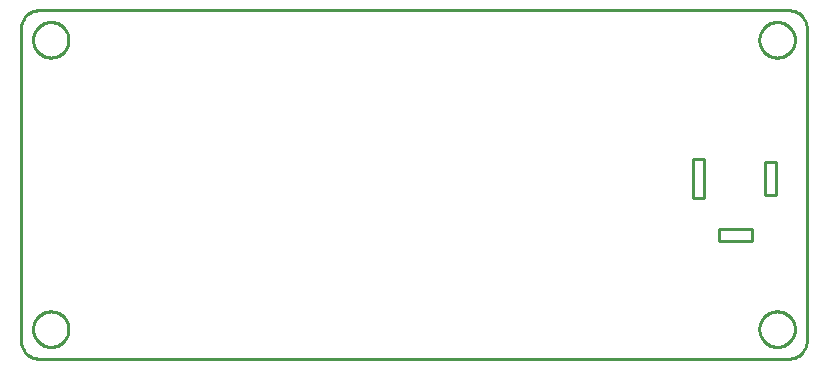
<source format=gbr>
G04 EAGLE Gerber RS-274X export*
G75*
%MOMM*%
%FSLAX34Y34*%
%LPD*%
%IN*%
%IPPOS*%
%AMOC8*
5,1,8,0,0,1.08239X$1,22.5*%
G01*
%ADD10C,0.254000*%


D10*
X0Y15000D02*
X57Y13693D01*
X228Y12395D01*
X511Y11118D01*
X905Y9870D01*
X1405Y8661D01*
X2010Y7500D01*
X2713Y6396D01*
X3509Y5358D01*
X4393Y4393D01*
X5358Y3509D01*
X6396Y2713D01*
X7500Y2010D01*
X8661Y1405D01*
X9870Y905D01*
X11118Y511D01*
X12395Y228D01*
X13693Y57D01*
X15000Y0D01*
X650000Y0D01*
X651307Y57D01*
X652605Y228D01*
X653882Y511D01*
X655130Y905D01*
X656339Y1405D01*
X657500Y2010D01*
X658604Y2713D01*
X659642Y3509D01*
X660607Y4393D01*
X661491Y5358D01*
X662287Y6396D01*
X662990Y7500D01*
X663595Y8661D01*
X664095Y9870D01*
X664489Y11118D01*
X664772Y12395D01*
X664943Y13693D01*
X665000Y15000D01*
X665000Y280000D01*
X664943Y281307D01*
X664772Y282605D01*
X664489Y283882D01*
X664095Y285130D01*
X663595Y286339D01*
X662990Y287500D01*
X662287Y288604D01*
X661491Y289642D01*
X660607Y290607D01*
X659642Y291491D01*
X658604Y292287D01*
X657500Y292990D01*
X656339Y293595D01*
X655130Y294095D01*
X653882Y294489D01*
X652605Y294772D01*
X651307Y294943D01*
X650000Y295000D01*
X15000Y295000D01*
X13693Y294943D01*
X12395Y294772D01*
X11118Y294489D01*
X9870Y294095D01*
X8661Y293595D01*
X7500Y292990D01*
X6396Y292287D01*
X5358Y291491D01*
X4393Y290607D01*
X3509Y289642D01*
X2713Y288604D01*
X2010Y287500D01*
X1405Y286339D01*
X905Y285130D01*
X511Y283882D01*
X228Y282605D01*
X57Y281307D01*
X0Y280000D01*
X0Y15000D01*
X629400Y138600D02*
X639400Y138600D01*
X639400Y166600D01*
X629400Y166600D01*
X629400Y138600D01*
X568400Y136100D02*
X578400Y136100D01*
X578400Y169100D01*
X568400Y169100D01*
X568400Y136100D01*
X590400Y99600D02*
X618400Y99600D01*
X618400Y109600D01*
X590400Y109600D01*
X590400Y99600D01*
X655000Y269464D02*
X655000Y270536D01*
X654924Y271604D01*
X654771Y272665D01*
X654543Y273712D01*
X654241Y274740D01*
X653867Y275744D01*
X653422Y276719D01*
X652908Y277659D01*
X652329Y278560D01*
X651687Y279418D01*
X650985Y280228D01*
X650228Y280985D01*
X649418Y281687D01*
X648560Y282329D01*
X647659Y282908D01*
X646719Y283422D01*
X645744Y283867D01*
X644740Y284241D01*
X643712Y284543D01*
X642665Y284771D01*
X641604Y284924D01*
X640536Y285000D01*
X639464Y285000D01*
X638396Y284924D01*
X637335Y284771D01*
X636288Y284543D01*
X635260Y284241D01*
X634256Y283867D01*
X633281Y283422D01*
X632341Y282908D01*
X631440Y282329D01*
X630582Y281687D01*
X629772Y280985D01*
X629015Y280228D01*
X628313Y279418D01*
X627671Y278560D01*
X627092Y277659D01*
X626578Y276719D01*
X626133Y275744D01*
X625759Y274740D01*
X625457Y273712D01*
X625229Y272665D01*
X625076Y271604D01*
X625000Y270536D01*
X625000Y269464D01*
X625076Y268396D01*
X625229Y267335D01*
X625457Y266288D01*
X625759Y265260D01*
X626133Y264256D01*
X626578Y263281D01*
X627092Y262341D01*
X627671Y261440D01*
X628313Y260582D01*
X629015Y259772D01*
X629772Y259015D01*
X630582Y258313D01*
X631440Y257671D01*
X632341Y257092D01*
X633281Y256578D01*
X634256Y256133D01*
X635260Y255759D01*
X636288Y255457D01*
X637335Y255229D01*
X638396Y255076D01*
X639464Y255000D01*
X640536Y255000D01*
X641604Y255076D01*
X642665Y255229D01*
X643712Y255457D01*
X644740Y255759D01*
X645744Y256133D01*
X646719Y256578D01*
X647659Y257092D01*
X648560Y257671D01*
X649418Y258313D01*
X650228Y259015D01*
X650985Y259772D01*
X651687Y260582D01*
X652329Y261440D01*
X652908Y262341D01*
X653422Y263281D01*
X653867Y264256D01*
X654241Y265260D01*
X654543Y266288D01*
X654771Y267335D01*
X654924Y268396D01*
X655000Y269464D01*
X40000Y269464D02*
X40000Y270536D01*
X39924Y271604D01*
X39771Y272665D01*
X39543Y273712D01*
X39241Y274740D01*
X38867Y275744D01*
X38422Y276719D01*
X37908Y277659D01*
X37329Y278560D01*
X36687Y279418D01*
X35985Y280228D01*
X35228Y280985D01*
X34418Y281687D01*
X33560Y282329D01*
X32659Y282908D01*
X31719Y283422D01*
X30744Y283867D01*
X29740Y284241D01*
X28712Y284543D01*
X27665Y284771D01*
X26604Y284924D01*
X25536Y285000D01*
X24464Y285000D01*
X23396Y284924D01*
X22335Y284771D01*
X21288Y284543D01*
X20260Y284241D01*
X19256Y283867D01*
X18281Y283422D01*
X17341Y282908D01*
X16440Y282329D01*
X15582Y281687D01*
X14772Y280985D01*
X14015Y280228D01*
X13313Y279418D01*
X12671Y278560D01*
X12092Y277659D01*
X11578Y276719D01*
X11133Y275744D01*
X10759Y274740D01*
X10457Y273712D01*
X10229Y272665D01*
X10076Y271604D01*
X10000Y270536D01*
X10000Y269464D01*
X10076Y268396D01*
X10229Y267335D01*
X10457Y266288D01*
X10759Y265260D01*
X11133Y264256D01*
X11578Y263281D01*
X12092Y262341D01*
X12671Y261440D01*
X13313Y260582D01*
X14015Y259772D01*
X14772Y259015D01*
X15582Y258313D01*
X16440Y257671D01*
X17341Y257092D01*
X18281Y256578D01*
X19256Y256133D01*
X20260Y255759D01*
X21288Y255457D01*
X22335Y255229D01*
X23396Y255076D01*
X24464Y255000D01*
X25536Y255000D01*
X26604Y255076D01*
X27665Y255229D01*
X28712Y255457D01*
X29740Y255759D01*
X30744Y256133D01*
X31719Y256578D01*
X32659Y257092D01*
X33560Y257671D01*
X34418Y258313D01*
X35228Y259015D01*
X35985Y259772D01*
X36687Y260582D01*
X37329Y261440D01*
X37908Y262341D01*
X38422Y263281D01*
X38867Y264256D01*
X39241Y265260D01*
X39543Y266288D01*
X39771Y267335D01*
X39924Y268396D01*
X40000Y269464D01*
X40000Y24464D02*
X40000Y25536D01*
X39924Y26604D01*
X39771Y27665D01*
X39543Y28712D01*
X39241Y29740D01*
X38867Y30744D01*
X38422Y31719D01*
X37908Y32659D01*
X37329Y33560D01*
X36687Y34418D01*
X35985Y35228D01*
X35228Y35985D01*
X34418Y36687D01*
X33560Y37329D01*
X32659Y37908D01*
X31719Y38422D01*
X30744Y38867D01*
X29740Y39241D01*
X28712Y39543D01*
X27665Y39771D01*
X26604Y39924D01*
X25536Y40000D01*
X24464Y40000D01*
X23396Y39924D01*
X22335Y39771D01*
X21288Y39543D01*
X20260Y39241D01*
X19256Y38867D01*
X18281Y38422D01*
X17341Y37908D01*
X16440Y37329D01*
X15582Y36687D01*
X14772Y35985D01*
X14015Y35228D01*
X13313Y34418D01*
X12671Y33560D01*
X12092Y32659D01*
X11578Y31719D01*
X11133Y30744D01*
X10759Y29740D01*
X10457Y28712D01*
X10229Y27665D01*
X10076Y26604D01*
X10000Y25536D01*
X10000Y24464D01*
X10076Y23396D01*
X10229Y22335D01*
X10457Y21288D01*
X10759Y20260D01*
X11133Y19256D01*
X11578Y18281D01*
X12092Y17341D01*
X12671Y16440D01*
X13313Y15582D01*
X14015Y14772D01*
X14772Y14015D01*
X15582Y13313D01*
X16440Y12671D01*
X17341Y12092D01*
X18281Y11578D01*
X19256Y11133D01*
X20260Y10759D01*
X21288Y10457D01*
X22335Y10229D01*
X23396Y10076D01*
X24464Y10000D01*
X25536Y10000D01*
X26604Y10076D01*
X27665Y10229D01*
X28712Y10457D01*
X29740Y10759D01*
X30744Y11133D01*
X31719Y11578D01*
X32659Y12092D01*
X33560Y12671D01*
X34418Y13313D01*
X35228Y14015D01*
X35985Y14772D01*
X36687Y15582D01*
X37329Y16440D01*
X37908Y17341D01*
X38422Y18281D01*
X38867Y19256D01*
X39241Y20260D01*
X39543Y21288D01*
X39771Y22335D01*
X39924Y23396D01*
X40000Y24464D01*
X655000Y24464D02*
X655000Y25536D01*
X654924Y26604D01*
X654771Y27665D01*
X654543Y28712D01*
X654241Y29740D01*
X653867Y30744D01*
X653422Y31719D01*
X652908Y32659D01*
X652329Y33560D01*
X651687Y34418D01*
X650985Y35228D01*
X650228Y35985D01*
X649418Y36687D01*
X648560Y37329D01*
X647659Y37908D01*
X646719Y38422D01*
X645744Y38867D01*
X644740Y39241D01*
X643712Y39543D01*
X642665Y39771D01*
X641604Y39924D01*
X640536Y40000D01*
X639464Y40000D01*
X638396Y39924D01*
X637335Y39771D01*
X636288Y39543D01*
X635260Y39241D01*
X634256Y38867D01*
X633281Y38422D01*
X632341Y37908D01*
X631440Y37329D01*
X630582Y36687D01*
X629772Y35985D01*
X629015Y35228D01*
X628313Y34418D01*
X627671Y33560D01*
X627092Y32659D01*
X626578Y31719D01*
X626133Y30744D01*
X625759Y29740D01*
X625457Y28712D01*
X625229Y27665D01*
X625076Y26604D01*
X625000Y25536D01*
X625000Y24464D01*
X625076Y23396D01*
X625229Y22335D01*
X625457Y21288D01*
X625759Y20260D01*
X626133Y19256D01*
X626578Y18281D01*
X627092Y17341D01*
X627671Y16440D01*
X628313Y15582D01*
X629015Y14772D01*
X629772Y14015D01*
X630582Y13313D01*
X631440Y12671D01*
X632341Y12092D01*
X633281Y11578D01*
X634256Y11133D01*
X635260Y10759D01*
X636288Y10457D01*
X637335Y10229D01*
X638396Y10076D01*
X639464Y10000D01*
X640536Y10000D01*
X641604Y10076D01*
X642665Y10229D01*
X643712Y10457D01*
X644740Y10759D01*
X645744Y11133D01*
X646719Y11578D01*
X647659Y12092D01*
X648560Y12671D01*
X649418Y13313D01*
X650228Y14015D01*
X650985Y14772D01*
X651687Y15582D01*
X652329Y16440D01*
X652908Y17341D01*
X653422Y18281D01*
X653867Y19256D01*
X654241Y20260D01*
X654543Y21288D01*
X654771Y22335D01*
X654924Y23396D01*
X655000Y24464D01*
M02*

</source>
